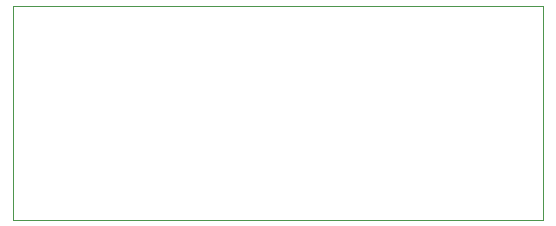
<source format=gbr>
%TF.GenerationSoftware,Altium Limited,Altium Designer,21.4.1 (30)*%
G04 Layer_Color=0*
%FSLAX45Y45*%
%MOMM*%
%TF.SameCoordinates,CCA80653-F6CA-46C6-945C-E97865854BA3*%
%TF.FilePolarity,Positive*%
%TF.FileFunction,Profile,NP*%
%TF.Part,Single*%
G01*
G75*
%TA.AperFunction,Profile*%
%ADD92C,0.02540*%
D92*
X-415999Y-148001D02*
X4064001D01*
Y1671998D01*
X-415999D01*
Y-148001D01*
%TF.MD5,31a432ffa01f663dcaa7a40b3fccc3b7*%
M02*

</source>
